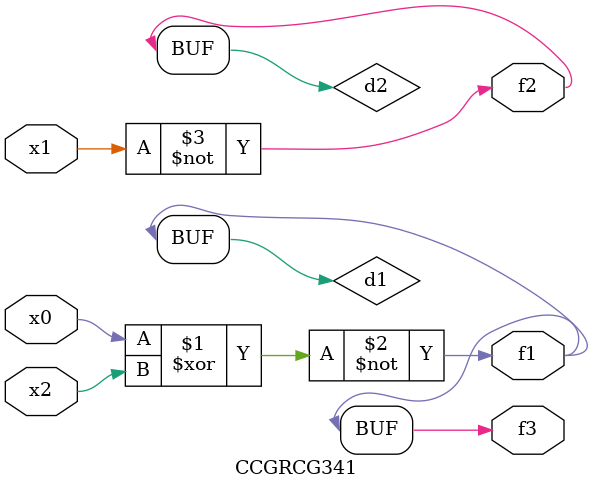
<source format=v>
module CCGRCG341(
	input x0, x1, x2,
	output f1, f2, f3
);

	wire d1, d2, d3;

	xnor (d1, x0, x2);
	nand (d2, x1);
	nor (d3, x1, x2);
	assign f1 = d1;
	assign f2 = d2;
	assign f3 = d1;
endmodule

</source>
